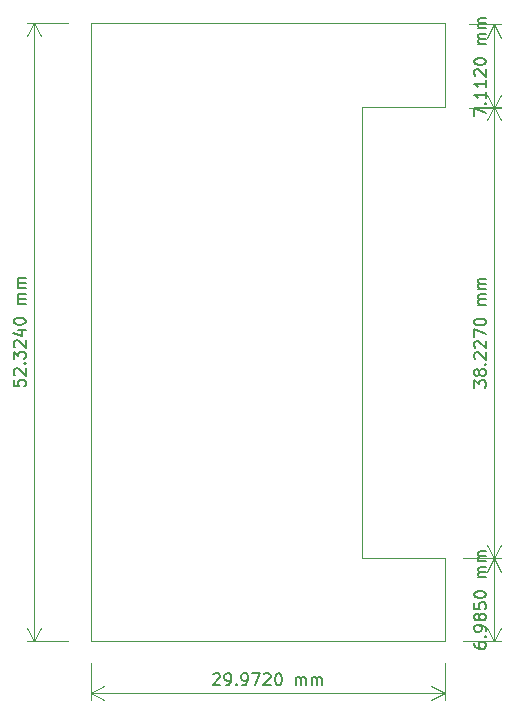
<source format=gm1>
%TF.GenerationSoftware,KiCad,Pcbnew,(6.0.1)*%
%TF.CreationDate,2022-04-22T15:44:47-05:00*%
%TF.ProjectId,BreadboardPowerSupply_v2,42726561-6462-46f6-9172-64506f776572,2*%
%TF.SameCoordinates,Original*%
%TF.FileFunction,Profile,NP*%
%FSLAX46Y46*%
G04 Gerber Fmt 4.6, Leading zero omitted, Abs format (unit mm)*
G04 Created by KiCad (PCBNEW (6.0.1)) date 2022-04-22 15:44:47*
%MOMM*%
%LPD*%
G01*
G04 APERTURE LIST*
%TA.AperFunction,Profile*%
%ADD10C,0.100000*%
%TD*%
%ADD11C,0.150000*%
G04 APERTURE END LIST*
D10*
X139827000Y-63627000D02*
X139827000Y-115951000D01*
X162814000Y-70739000D02*
X169799000Y-70739000D01*
X169799000Y-115951000D02*
X169799000Y-108966000D01*
X169799000Y-108966000D02*
X162814000Y-108966000D01*
X162814000Y-108966000D02*
X162814000Y-70739000D01*
X169799000Y-70739000D02*
X169799000Y-63627000D01*
X169799000Y-63627000D02*
X139827000Y-63627000D01*
X139827000Y-115951000D02*
X169799000Y-115951000D01*
D11*
X172292379Y-116125166D02*
X172292379Y-116315642D01*
X172339999Y-116410880D01*
X172387618Y-116458500D01*
X172530475Y-116553738D01*
X172720951Y-116601357D01*
X173101903Y-116601357D01*
X173197141Y-116553738D01*
X173244760Y-116506119D01*
X173292379Y-116410880D01*
X173292379Y-116220404D01*
X173244760Y-116125166D01*
X173197141Y-116077547D01*
X173101903Y-116029928D01*
X172863808Y-116029928D01*
X172768570Y-116077547D01*
X172720951Y-116125166D01*
X172673332Y-116220404D01*
X172673332Y-116410880D01*
X172720951Y-116506119D01*
X172768570Y-116553738D01*
X172863808Y-116601357D01*
X173197141Y-115601357D02*
X173244760Y-115553738D01*
X173292379Y-115601357D01*
X173244760Y-115648976D01*
X173197141Y-115601357D01*
X173292379Y-115601357D01*
X173292379Y-115077547D02*
X173292379Y-114887071D01*
X173244760Y-114791833D01*
X173197141Y-114744214D01*
X173054284Y-114648976D01*
X172863808Y-114601357D01*
X172482856Y-114601357D01*
X172387618Y-114648976D01*
X172339999Y-114696595D01*
X172292379Y-114791833D01*
X172292379Y-114982309D01*
X172339999Y-115077547D01*
X172387618Y-115125166D01*
X172482856Y-115172785D01*
X172720951Y-115172785D01*
X172816189Y-115125166D01*
X172863808Y-115077547D01*
X172911427Y-114982309D01*
X172911427Y-114791833D01*
X172863808Y-114696595D01*
X172816189Y-114648976D01*
X172720951Y-114601357D01*
X172720951Y-114029928D02*
X172673332Y-114125166D01*
X172625713Y-114172785D01*
X172530475Y-114220404D01*
X172482856Y-114220404D01*
X172387618Y-114172785D01*
X172339999Y-114125166D01*
X172292379Y-114029928D01*
X172292379Y-113839452D01*
X172339999Y-113744214D01*
X172387618Y-113696595D01*
X172482856Y-113648976D01*
X172530475Y-113648976D01*
X172625713Y-113696595D01*
X172673332Y-113744214D01*
X172720951Y-113839452D01*
X172720951Y-114029928D01*
X172768570Y-114125166D01*
X172816189Y-114172785D01*
X172911427Y-114220404D01*
X173101903Y-114220404D01*
X173197141Y-114172785D01*
X173244760Y-114125166D01*
X173292379Y-114029928D01*
X173292379Y-113839452D01*
X173244760Y-113744214D01*
X173197141Y-113696595D01*
X173101903Y-113648976D01*
X172911427Y-113648976D01*
X172816189Y-113696595D01*
X172768570Y-113744214D01*
X172720951Y-113839452D01*
X172292379Y-112744214D02*
X172292379Y-113220404D01*
X172768570Y-113268023D01*
X172720951Y-113220404D01*
X172673332Y-113125166D01*
X172673332Y-112887071D01*
X172720951Y-112791833D01*
X172768570Y-112744214D01*
X172863808Y-112696595D01*
X173101903Y-112696595D01*
X173197141Y-112744214D01*
X173244760Y-112791833D01*
X173292379Y-112887071D01*
X173292379Y-113125166D01*
X173244760Y-113220404D01*
X173197141Y-113268023D01*
X172292379Y-112077547D02*
X172292379Y-111982309D01*
X172339999Y-111887071D01*
X172387618Y-111839452D01*
X172482856Y-111791833D01*
X172673332Y-111744214D01*
X172911427Y-111744214D01*
X173101903Y-111791833D01*
X173197141Y-111839452D01*
X173244760Y-111887071D01*
X173292379Y-111982309D01*
X173292379Y-112077547D01*
X173244760Y-112172785D01*
X173197141Y-112220404D01*
X173101903Y-112268023D01*
X172911427Y-112315642D01*
X172673332Y-112315642D01*
X172482856Y-112268023D01*
X172387618Y-112220404D01*
X172339999Y-112172785D01*
X172292379Y-112077547D01*
X173292379Y-110553738D02*
X172625713Y-110553738D01*
X172720951Y-110553738D02*
X172673332Y-110506119D01*
X172625713Y-110410880D01*
X172625713Y-110268023D01*
X172673332Y-110172785D01*
X172768570Y-110125166D01*
X173292379Y-110125166D01*
X172768570Y-110125166D02*
X172673332Y-110077547D01*
X172625713Y-109982309D01*
X172625713Y-109839452D01*
X172673332Y-109744214D01*
X172768570Y-109696595D01*
X173292379Y-109696595D01*
X173292379Y-109220404D02*
X172625713Y-109220404D01*
X172720951Y-109220404D02*
X172673332Y-109172785D01*
X172625713Y-109077547D01*
X172625713Y-108934690D01*
X172673332Y-108839452D01*
X172768570Y-108791833D01*
X173292379Y-108791833D01*
X172768570Y-108791833D02*
X172673332Y-108744214D01*
X172625713Y-108648976D01*
X172625713Y-108506119D01*
X172673332Y-108410880D01*
X172768570Y-108363261D01*
X173292379Y-108363261D01*
D10*
X171315000Y-108966000D02*
X174576419Y-108966000D01*
X171315000Y-115951000D02*
X174576419Y-115951000D01*
X173989999Y-108966000D02*
X173989999Y-115951000D01*
X173989999Y-108966000D02*
X173989999Y-115951000D01*
X173989999Y-108966000D02*
X173403578Y-110092504D01*
X173989999Y-108966000D02*
X174576420Y-110092504D01*
X173989999Y-115951000D02*
X174576420Y-114824496D01*
X173989999Y-115951000D02*
X173403578Y-114824496D01*
D11*
X133303380Y-93884238D02*
X133303380Y-94360428D01*
X133779571Y-94408047D01*
X133731952Y-94360428D01*
X133684333Y-94265190D01*
X133684333Y-94027095D01*
X133731952Y-93931857D01*
X133779571Y-93884238D01*
X133874809Y-93836619D01*
X134112904Y-93836619D01*
X134208142Y-93884238D01*
X134255761Y-93931857D01*
X134303380Y-94027095D01*
X134303380Y-94265190D01*
X134255761Y-94360428D01*
X134208142Y-94408047D01*
X133398619Y-93455666D02*
X133351000Y-93408047D01*
X133303380Y-93312809D01*
X133303380Y-93074714D01*
X133351000Y-92979476D01*
X133398619Y-92931857D01*
X133493857Y-92884238D01*
X133589095Y-92884238D01*
X133731952Y-92931857D01*
X134303380Y-93503285D01*
X134303380Y-92884238D01*
X134208142Y-92455666D02*
X134255761Y-92408047D01*
X134303380Y-92455666D01*
X134255761Y-92503285D01*
X134208142Y-92455666D01*
X134303380Y-92455666D01*
X133303380Y-92074714D02*
X133303380Y-91455666D01*
X133684333Y-91789000D01*
X133684333Y-91646142D01*
X133731952Y-91550904D01*
X133779571Y-91503285D01*
X133874809Y-91455666D01*
X134112904Y-91455666D01*
X134208142Y-91503285D01*
X134255761Y-91550904D01*
X134303380Y-91646142D01*
X134303380Y-91931857D01*
X134255761Y-92027095D01*
X134208142Y-92074714D01*
X133398619Y-91074714D02*
X133351000Y-91027095D01*
X133303380Y-90931857D01*
X133303380Y-90693761D01*
X133351000Y-90598523D01*
X133398619Y-90550904D01*
X133493857Y-90503285D01*
X133589095Y-90503285D01*
X133731952Y-90550904D01*
X134303380Y-91122333D01*
X134303380Y-90503285D01*
X133636714Y-89646142D02*
X134303380Y-89646142D01*
X133255761Y-89884238D02*
X133970047Y-90122333D01*
X133970047Y-89503285D01*
X133303380Y-88931857D02*
X133303380Y-88836619D01*
X133351000Y-88741380D01*
X133398619Y-88693761D01*
X133493857Y-88646142D01*
X133684333Y-88598523D01*
X133922428Y-88598523D01*
X134112904Y-88646142D01*
X134208142Y-88693761D01*
X134255761Y-88741380D01*
X134303380Y-88836619D01*
X134303380Y-88931857D01*
X134255761Y-89027095D01*
X134208142Y-89074714D01*
X134112904Y-89122333D01*
X133922428Y-89169952D01*
X133684333Y-89169952D01*
X133493857Y-89122333D01*
X133398619Y-89074714D01*
X133351000Y-89027095D01*
X133303380Y-88931857D01*
X134303380Y-87408047D02*
X133636714Y-87408047D01*
X133731952Y-87408047D02*
X133684333Y-87360428D01*
X133636714Y-87265190D01*
X133636714Y-87122333D01*
X133684333Y-87027095D01*
X133779571Y-86979476D01*
X134303380Y-86979476D01*
X133779571Y-86979476D02*
X133684333Y-86931857D01*
X133636714Y-86836619D01*
X133636714Y-86693761D01*
X133684333Y-86598523D01*
X133779571Y-86550904D01*
X134303380Y-86550904D01*
X134303380Y-86074714D02*
X133636714Y-86074714D01*
X133731952Y-86074714D02*
X133684333Y-86027095D01*
X133636714Y-85931857D01*
X133636714Y-85789000D01*
X133684333Y-85693761D01*
X133779571Y-85646142D01*
X134303380Y-85646142D01*
X133779571Y-85646142D02*
X133684333Y-85598523D01*
X133636714Y-85503285D01*
X133636714Y-85360428D01*
X133684333Y-85265190D01*
X133779571Y-85217571D01*
X134303380Y-85217571D01*
D10*
X137930000Y-63627000D02*
X134414580Y-63627000D01*
X137930000Y-115951000D02*
X134414580Y-115951000D01*
X135001000Y-63627000D02*
X135001000Y-115951000D01*
X135001000Y-63627000D02*
X135001000Y-115951000D01*
X135001000Y-63627000D02*
X134414579Y-64753504D01*
X135001000Y-63627000D02*
X135587421Y-64753504D01*
X135001000Y-115951000D02*
X135587421Y-114824496D01*
X135001000Y-115951000D02*
X134414579Y-114824496D01*
D11*
X172292379Y-94519166D02*
X172292379Y-93900119D01*
X172673332Y-94233452D01*
X172673332Y-94090595D01*
X172720951Y-93995357D01*
X172768570Y-93947738D01*
X172863808Y-93900119D01*
X173101903Y-93900119D01*
X173197141Y-93947738D01*
X173244760Y-93995357D01*
X173292379Y-94090595D01*
X173292379Y-94376309D01*
X173244760Y-94471547D01*
X173197141Y-94519166D01*
X172720951Y-93328690D02*
X172673332Y-93423928D01*
X172625713Y-93471547D01*
X172530475Y-93519166D01*
X172482856Y-93519166D01*
X172387618Y-93471547D01*
X172339999Y-93423928D01*
X172292379Y-93328690D01*
X172292379Y-93138214D01*
X172339999Y-93042976D01*
X172387618Y-92995357D01*
X172482856Y-92947738D01*
X172530475Y-92947738D01*
X172625713Y-92995357D01*
X172673332Y-93042976D01*
X172720951Y-93138214D01*
X172720951Y-93328690D01*
X172768570Y-93423928D01*
X172816189Y-93471547D01*
X172911427Y-93519166D01*
X173101903Y-93519166D01*
X173197141Y-93471547D01*
X173244760Y-93423928D01*
X173292379Y-93328690D01*
X173292379Y-93138214D01*
X173244760Y-93042976D01*
X173197141Y-92995357D01*
X173101903Y-92947738D01*
X172911427Y-92947738D01*
X172816189Y-92995357D01*
X172768570Y-93042976D01*
X172720951Y-93138214D01*
X173197141Y-92519166D02*
X173244760Y-92471547D01*
X173292379Y-92519166D01*
X173244760Y-92566785D01*
X173197141Y-92519166D01*
X173292379Y-92519166D01*
X172387618Y-92090595D02*
X172339999Y-92042976D01*
X172292379Y-91947738D01*
X172292379Y-91709642D01*
X172339999Y-91614404D01*
X172387618Y-91566785D01*
X172482856Y-91519166D01*
X172578094Y-91519166D01*
X172720951Y-91566785D01*
X173292379Y-92138214D01*
X173292379Y-91519166D01*
X172387618Y-91138214D02*
X172339999Y-91090595D01*
X172292379Y-90995357D01*
X172292379Y-90757261D01*
X172339999Y-90662023D01*
X172387618Y-90614404D01*
X172482856Y-90566785D01*
X172578094Y-90566785D01*
X172720951Y-90614404D01*
X173292379Y-91185833D01*
X173292379Y-90566785D01*
X172292379Y-90233452D02*
X172292379Y-89566785D01*
X173292379Y-89995357D01*
X172292379Y-88995357D02*
X172292379Y-88900119D01*
X172339999Y-88804880D01*
X172387618Y-88757261D01*
X172482856Y-88709642D01*
X172673332Y-88662023D01*
X172911427Y-88662023D01*
X173101903Y-88709642D01*
X173197141Y-88757261D01*
X173244760Y-88804880D01*
X173292379Y-88900119D01*
X173292379Y-88995357D01*
X173244760Y-89090595D01*
X173197141Y-89138214D01*
X173101903Y-89185833D01*
X172911427Y-89233452D01*
X172673332Y-89233452D01*
X172482856Y-89185833D01*
X172387618Y-89138214D01*
X172339999Y-89090595D01*
X172292379Y-88995357D01*
X173292379Y-87471547D02*
X172625713Y-87471547D01*
X172720951Y-87471547D02*
X172673332Y-87423928D01*
X172625713Y-87328690D01*
X172625713Y-87185833D01*
X172673332Y-87090595D01*
X172768570Y-87042976D01*
X173292379Y-87042976D01*
X172768570Y-87042976D02*
X172673332Y-86995357D01*
X172625713Y-86900119D01*
X172625713Y-86757261D01*
X172673332Y-86662023D01*
X172768570Y-86614404D01*
X173292379Y-86614404D01*
X173292379Y-86138214D02*
X172625713Y-86138214D01*
X172720951Y-86138214D02*
X172673332Y-86090595D01*
X172625713Y-85995357D01*
X172625713Y-85852500D01*
X172673332Y-85757261D01*
X172768570Y-85709642D01*
X173292379Y-85709642D01*
X172768570Y-85709642D02*
X172673332Y-85662023D01*
X172625713Y-85566785D01*
X172625713Y-85423928D01*
X172673332Y-85328690D01*
X172768570Y-85281071D01*
X173292379Y-85281071D01*
D10*
X172331000Y-70739000D02*
X174576419Y-70739000D01*
X172331000Y-108966000D02*
X174576419Y-108966000D01*
X173989999Y-70739000D02*
X173989999Y-108966000D01*
X173989999Y-70739000D02*
X173989999Y-108966000D01*
X173989999Y-70739000D02*
X173403578Y-71865504D01*
X173989999Y-70739000D02*
X174576420Y-71865504D01*
X173989999Y-108966000D02*
X174576420Y-107839496D01*
X173989999Y-108966000D02*
X173403578Y-107839496D01*
D11*
X172292380Y-71500476D02*
X172292380Y-70833809D01*
X173292380Y-71262380D01*
X173197142Y-70452857D02*
X173244761Y-70405238D01*
X173292380Y-70452857D01*
X173244761Y-70500476D01*
X173197142Y-70452857D01*
X173292380Y-70452857D01*
X173292380Y-69452857D02*
X173292380Y-70024285D01*
X173292380Y-69738571D02*
X172292380Y-69738571D01*
X172435238Y-69833809D01*
X172530476Y-69929047D01*
X172578095Y-70024285D01*
X173292380Y-68500476D02*
X173292380Y-69071904D01*
X173292380Y-68786190D02*
X172292380Y-68786190D01*
X172435238Y-68881428D01*
X172530476Y-68976666D01*
X172578095Y-69071904D01*
X172387619Y-68119523D02*
X172340000Y-68071904D01*
X172292380Y-67976666D01*
X172292380Y-67738571D01*
X172340000Y-67643333D01*
X172387619Y-67595714D01*
X172482857Y-67548095D01*
X172578095Y-67548095D01*
X172720952Y-67595714D01*
X173292380Y-68167142D01*
X173292380Y-67548095D01*
X172292380Y-66929047D02*
X172292380Y-66833809D01*
X172340000Y-66738571D01*
X172387619Y-66690952D01*
X172482857Y-66643333D01*
X172673333Y-66595714D01*
X172911428Y-66595714D01*
X173101904Y-66643333D01*
X173197142Y-66690952D01*
X173244761Y-66738571D01*
X173292380Y-66833809D01*
X173292380Y-66929047D01*
X173244761Y-67024285D01*
X173197142Y-67071904D01*
X173101904Y-67119523D01*
X172911428Y-67167142D01*
X172673333Y-67167142D01*
X172482857Y-67119523D01*
X172387619Y-67071904D01*
X172340000Y-67024285D01*
X172292380Y-66929047D01*
X173292380Y-65405238D02*
X172625714Y-65405238D01*
X172720952Y-65405238D02*
X172673333Y-65357619D01*
X172625714Y-65262380D01*
X172625714Y-65119523D01*
X172673333Y-65024285D01*
X172768571Y-64976666D01*
X173292380Y-64976666D01*
X172768571Y-64976666D02*
X172673333Y-64929047D01*
X172625714Y-64833809D01*
X172625714Y-64690952D01*
X172673333Y-64595714D01*
X172768571Y-64548095D01*
X173292380Y-64548095D01*
X173292380Y-64071904D02*
X172625714Y-64071904D01*
X172720952Y-64071904D02*
X172673333Y-64024285D01*
X172625714Y-63929047D01*
X172625714Y-63786190D01*
X172673333Y-63690952D01*
X172768571Y-63643333D01*
X173292380Y-63643333D01*
X172768571Y-63643333D02*
X172673333Y-63595714D01*
X172625714Y-63500476D01*
X172625714Y-63357619D01*
X172673333Y-63262380D01*
X172768571Y-63214761D01*
X173292380Y-63214761D01*
D10*
X171823000Y-70866000D02*
X174576420Y-70866000D01*
X171823000Y-63754000D02*
X174576420Y-63754000D01*
X173990000Y-70866000D02*
X173990000Y-63754000D01*
X173990000Y-70866000D02*
X173990000Y-63754000D01*
X173990000Y-70866000D02*
X174576421Y-69739496D01*
X173990000Y-70866000D02*
X173403579Y-69739496D01*
X173990000Y-63754000D02*
X173403579Y-64880504D01*
X173990000Y-63754000D02*
X174576421Y-64880504D01*
D11*
X150193952Y-118793619D02*
X150241571Y-118746000D01*
X150336809Y-118698380D01*
X150574904Y-118698380D01*
X150670142Y-118746000D01*
X150717761Y-118793619D01*
X150765380Y-118888857D01*
X150765380Y-118984095D01*
X150717761Y-119126952D01*
X150146333Y-119698380D01*
X150765380Y-119698380D01*
X151241571Y-119698380D02*
X151432047Y-119698380D01*
X151527285Y-119650761D01*
X151574904Y-119603142D01*
X151670142Y-119460285D01*
X151717761Y-119269809D01*
X151717761Y-118888857D01*
X151670142Y-118793619D01*
X151622523Y-118746000D01*
X151527285Y-118698380D01*
X151336809Y-118698380D01*
X151241571Y-118746000D01*
X151193952Y-118793619D01*
X151146333Y-118888857D01*
X151146333Y-119126952D01*
X151193952Y-119222190D01*
X151241571Y-119269809D01*
X151336809Y-119317428D01*
X151527285Y-119317428D01*
X151622523Y-119269809D01*
X151670142Y-119222190D01*
X151717761Y-119126952D01*
X152146333Y-119603142D02*
X152193952Y-119650761D01*
X152146333Y-119698380D01*
X152098714Y-119650761D01*
X152146333Y-119603142D01*
X152146333Y-119698380D01*
X152670142Y-119698380D02*
X152860619Y-119698380D01*
X152955857Y-119650761D01*
X153003476Y-119603142D01*
X153098714Y-119460285D01*
X153146333Y-119269809D01*
X153146333Y-118888857D01*
X153098714Y-118793619D01*
X153051095Y-118746000D01*
X152955857Y-118698380D01*
X152765380Y-118698380D01*
X152670142Y-118746000D01*
X152622523Y-118793619D01*
X152574904Y-118888857D01*
X152574904Y-119126952D01*
X152622523Y-119222190D01*
X152670142Y-119269809D01*
X152765380Y-119317428D01*
X152955857Y-119317428D01*
X153051095Y-119269809D01*
X153098714Y-119222190D01*
X153146333Y-119126952D01*
X153479666Y-118698380D02*
X154146333Y-118698380D01*
X153717761Y-119698380D01*
X154479666Y-118793619D02*
X154527285Y-118746000D01*
X154622523Y-118698380D01*
X154860619Y-118698380D01*
X154955857Y-118746000D01*
X155003476Y-118793619D01*
X155051095Y-118888857D01*
X155051095Y-118984095D01*
X155003476Y-119126952D01*
X154432047Y-119698380D01*
X155051095Y-119698380D01*
X155670142Y-118698380D02*
X155765380Y-118698380D01*
X155860619Y-118746000D01*
X155908238Y-118793619D01*
X155955857Y-118888857D01*
X156003476Y-119079333D01*
X156003476Y-119317428D01*
X155955857Y-119507904D01*
X155908238Y-119603142D01*
X155860619Y-119650761D01*
X155765380Y-119698380D01*
X155670142Y-119698380D01*
X155574904Y-119650761D01*
X155527285Y-119603142D01*
X155479666Y-119507904D01*
X155432047Y-119317428D01*
X155432047Y-119079333D01*
X155479666Y-118888857D01*
X155527285Y-118793619D01*
X155574904Y-118746000D01*
X155670142Y-118698380D01*
X157193952Y-119698380D02*
X157193952Y-119031714D01*
X157193952Y-119126952D02*
X157241571Y-119079333D01*
X157336809Y-119031714D01*
X157479666Y-119031714D01*
X157574904Y-119079333D01*
X157622523Y-119174571D01*
X157622523Y-119698380D01*
X157622523Y-119174571D02*
X157670142Y-119079333D01*
X157765380Y-119031714D01*
X157908238Y-119031714D01*
X158003476Y-119079333D01*
X158051095Y-119174571D01*
X158051095Y-119698380D01*
X158527285Y-119698380D02*
X158527285Y-119031714D01*
X158527285Y-119126952D02*
X158574904Y-119079333D01*
X158670142Y-119031714D01*
X158813000Y-119031714D01*
X158908238Y-119079333D01*
X158955857Y-119174571D01*
X158955857Y-119698380D01*
X158955857Y-119174571D02*
X159003476Y-119079333D01*
X159098714Y-119031714D01*
X159241571Y-119031714D01*
X159336809Y-119079333D01*
X159384428Y-119174571D01*
X159384428Y-119698380D01*
D10*
X139827000Y-117848000D02*
X139827000Y-120982420D01*
X169799000Y-117848000D02*
X169799000Y-120982420D01*
X139827000Y-120396000D02*
X169799000Y-120396000D01*
X139827000Y-120396000D02*
X169799000Y-120396000D01*
X139827000Y-120396000D02*
X140953504Y-120982421D01*
X139827000Y-120396000D02*
X140953504Y-119809579D01*
X169799000Y-120396000D02*
X168672496Y-119809579D01*
X169799000Y-120396000D02*
X168672496Y-120982421D01*
M02*

</source>
